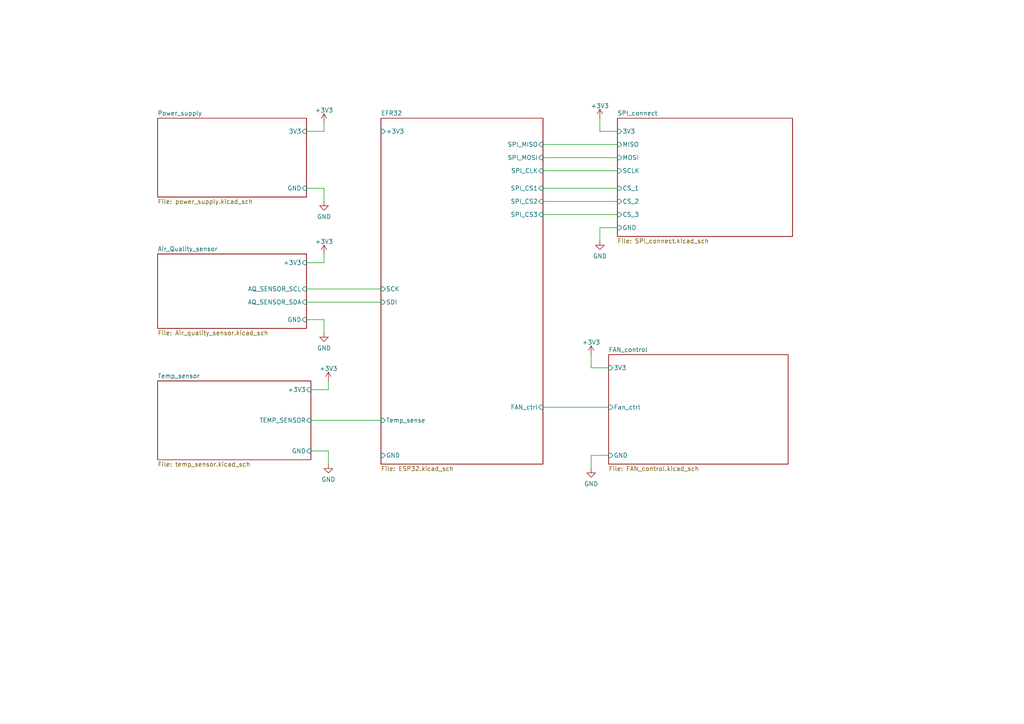
<source format=kicad_sch>
(kicad_sch (version 20211123) (generator eeschema)
  (paper "A4")
  (lib_symbols
    (symbol "power:+3V3" (power) (pin_names (offset 0))
      (property "Value" "+3V3" (at 0 3.556 0))
      (symbol "+3V3_0_1"
        (polyline (pts (xy -0.762 1.27) (xy 0 2.54)))
        (polyline (pts (xy 0 0) (xy 0 2.54)))
        (polyline (pts (xy 0 2.54) (xy 0.762 1.27)))
      )
      (symbol "+3V3_1_1"
        (pin power_in line (at 0 0 90) (length 0) hide (name "+3V3") (number "1"))
      )
    )
    (symbol "power:GND" (power) (pin_names (offset 0))
      (property "Value" "GND" (at 0 -3.81 0))
      (symbol "GND_0_1"
        (polyline (pts (xy 0 0) (xy 0 -1.27) (xy 1.27 -1.27) (xy 0 -2.54) (xy -1.27 -1.27) (xy 0 -1.27)))
      )
      (symbol "GND_1_1"
        (pin power_in line (at 0 0 270) (length 0) hide (name "GND") (number "1"))
      )
    )
  )
  (wire (pts (xy 95.25 130.81) (xy 95.25 134.62)))
  (wire (pts (xy 157.48 58.42) (xy 179.07 58.42)))
  (wire (pts (xy 90.17 121.92) (xy 110.49 121.92)))
  (wire (pts (xy 93.98 35.56) (xy 93.98 38.1)))
  (wire (pts (xy 157.48 54.61) (xy 179.07 54.61)))
  (wire (pts (xy 157.48 62.23) (xy 179.07 62.23)))
  (wire (pts (xy 157.48 45.72) (xy 179.07 45.72)))
  (wire (pts (xy 157.48 41.91) (xy 179.07 41.91)))
  (wire (pts (xy 88.9 92.71) (xy 93.98 92.71)))
  (wire (pts (xy 88.9 38.1) (xy 93.98 38.1)))
  (wire (pts (xy 171.45 135.89) (xy 171.45 132.08)))
  (wire (pts (xy 93.98 54.61) (xy 93.98 58.42)))
  (wire (pts (xy 95.25 110.49) (xy 95.25 113.03)))
  (wire (pts (xy 88.9 76.2) (xy 93.98 76.2)))
  (wire (pts (xy 173.99 34.29) (xy 173.99 38.1)))
  (wire (pts (xy 88.9 87.63) (xy 110.49 87.63)))
  (wire (pts (xy 90.17 113.03) (xy 95.25 113.03)))
  (wire (pts (xy 173.99 69.85) (xy 173.99 66.04)))
  (wire (pts (xy 88.9 83.82) (xy 110.49 83.82)))
  (wire (pts (xy 93.98 73.66) (xy 93.98 76.2)))
  (wire (pts (xy 171.45 106.68) (xy 176.53 106.68)))
  (wire (pts (xy 157.48 49.53) (xy 179.07 49.53)))
  (wire (pts (xy 93.98 92.71) (xy 93.98 96.52)))
  (wire (pts (xy 173.99 66.04) (xy 179.07 66.04)))
  (wire (pts (xy 157.48 118.11) (xy 176.53 118.11)))
  (wire (pts (xy 171.45 132.08) (xy 176.53 132.08)))
  (wire (pts (xy 171.45 102.87) (xy 171.45 106.68)))
  (wire (pts (xy 90.17 130.81) (xy 95.25 130.81)))
  (wire (pts (xy 173.99 38.1) (xy 179.07 38.1)))
  (wire (pts (xy 88.9 54.61) (xy 93.98 54.61)))
  (symbol (lib_id "power:+3V3") (at 173.99 34.29 0) (unit 1)
    (property "Reference" "#PWR0133" (effects hide))
    (property "Value" "+3V3" (at 173.99 30.7142 0))
  )
  (symbol (lib_id "power:GND") (at 95.25 134.62 0) (unit 1)
    (property "Reference" "#PWR0132" (effects hide))
    (property "Value" "GND" (at 95.25 139.0634 0))
  )
  (symbol (lib_id "power:GND") (at 93.98 58.42 0) (unit 1)
    (property "Reference" "#PWR0137" (effects hide))
    (property "Value" "GND" (at 93.98 62.8634 0))
  )
  (symbol (lib_id "power:+3V3") (at 93.98 73.66 0) (unit 1)
    (property "Reference" "#PWR0136" (effects hide))
    (property "Value" "+3V3" (at 93.98 70.0842 0))
  )
  (symbol (lib_id "power:GND") (at 173.99 69.85 0) (unit 1)
    (property "Reference" "#PWR0134" (effects hide))
    (property "Value" "GND" (at 173.99 74.2934 0))
  )
  (symbol (lib_id "power:+3V3") (at 93.98 35.56 0) (unit 1)
    (property "Reference" "#PWR0139" (effects hide))
    (property "Value" "+3V3" (at 93.98 31.9842 0))
  )
  (symbol (lib_id "power:+3V3") (at 95.25 110.49 0) (unit 1)
    (property "Reference" "#PWR0138" (effects hide))
    (property "Value" "+3V3" (at 95.25 106.9142 0))
  )
  (symbol (lib_id "power:GND") (at 93.98 96.52 0) (unit 1)
    (property "Reference" "#PWR0135" (effects hide))
    (property "Value" "GND" (at 93.98 100.9634 0))
  )
  (symbol (lib_id "power:GND") (at 171.45 135.89 0) (unit 1)
    (property "Reference" "#PWR0140" (effects hide))
    (property "Value" "GND" (at 171.45 140.3334 0))
  )
  (symbol (lib_id "power:+3V3") (at 171.45 102.87 0) (unit 1)
    (property "Reference" "#PWR0141" (effects hide))
    (property "Value" "+3V3" (at 171.45 99.2942 0))
  )
  (sheet (at 179.07 34.29) (size 50.8 34.29) (stroke (width 0.1524))
    (property "Sheet name" "SPI_connect" (at 179.07 33.5784 0) (effects (justify left bottom)))
    (property "Sheet file" "SPI_connect.kicad_sch" (at 179.07 69.1646 0) (effects (justify left top)))
    (pin "3V3" input (at 179.07 38.1 180))
    (pin "CS_2" input (at 179.07 58.42 180))
    (pin "GND" input (at 179.07 66.04 180))
    (pin "CS_3" input (at 179.07 62.23 180))
    (pin "MISO" input (at 179.07 41.91 180))
    (pin "MOSI" input (at 179.07 45.72 180))
    (pin "SCLK" input (at 179.07 49.53 180))
    (pin "CS_1" input (at 179.07 54.61 180))
  )
  (sheet (at 45.72 34.29) (size 43.18 22.86) (stroke (width 0.1524))
    (property "Sheet name" "Power_supply" (at 45.72 33.5784 0) (effects (justify left bottom)))
    (property "Sheet file" "power_supply.kicad_sch" (at 45.72 57.7346 0) (effects (justify left top)))
    (pin "3V3" input (at 88.9 38.1 0))
    (pin "GND" input (at 88.9 54.61 0))
  )
  (sheet (at 45.72 110.49) (size 44.45 22.86) (stroke (width 0.1524))
    (property "Sheet name" "Temp_sensor" (at 45.72 109.7784 0) (effects (justify left bottom)))
    (property "Sheet file" "temp_sensor.kicad_sch" (at 45.72 133.9346 0) (effects (justify left top)))
    (pin "GND" input (at 90.17 130.81 0))
    (pin "+3V3" input (at 90.17 113.03 0))
    (pin "TEMP_SENSOR" input (at 90.17 121.92 0))
  )
  (sheet (at 176.53 102.87) (size 52.07 31.75) (stroke (width 0.1524))
    (property "Sheet name" "FAN_control" (at 176.53 102.1584 0) (effects (justify left bottom)))
    (property "Sheet file" "FAN_control.kicad_sch" (at 176.53 135.2046 0) (effects (justify left top)))
    (pin "GND" input (at 176.53 132.08 180))
    (pin "3V3" input (at 176.53 106.68 180))
    (pin "Fan_ctrl" input (at 176.53 118.11 180))
  )
  (sheet (at 110.49 34.29) (size 46.99 100.33) (stroke (width 0.1524))
    (property "Sheet name" "EFR32" (at 110.49 33.5784 0) (effects (justify left bottom)))
    (property "Sheet file" "ESP32.kicad_sch" (at 110.49 135.2046 0) (effects (justify left top)))
    (pin "+3V3" input (at 110.49 38.1 180))
    (pin "GND" input (at 110.49 132.08 180))
    (pin "SPI_CS1" input (at 157.48 54.61 0))
    (pin "SPI_CS2" input (at 157.48 58.42 0))
    (pin "Temp_sense" input (at 110.49 121.92 180))
    (pin "SCK" input (at 110.49 83.82 180))
    (pin "SPI_CS3" input (at 157.48 62.23 0))
    (pin "FAN_ctrl" input (at 157.48 118.11 0))
    (pin "SDI" input (at 110.49 87.63 180))
    (pin "SPI_MISO" input (at 157.48 41.91 0))
    (pin "SPI_MOSI" input (at 157.48 45.72 0))
    (pin "SPI_CLK" input (at 157.48 49.53 0))
  )
  (sheet (at 45.72 73.66) (size 43.18 21.59) (stroke (width 0.1524))
    (property "Sheet name" "Air_Quality_sensor" (at 45.72 72.9484 0) (effects (justify left bottom)))
    (property "Sheet file" "Air_quality_sensor.kicad_sch" (at 45.72 95.8346 0) (effects (justify left top)))
    (pin "AQ_SENSOR_SCL" input (at 88.9 83.82 0))
    (pin "AQ_SENSOR_SDA" input (at 88.9 87.63 0))
    (pin "+3V3" input (at 88.9 76.2 0))
    (pin "GND" input (at 88.9 92.71 0))
  )
)
</source>
